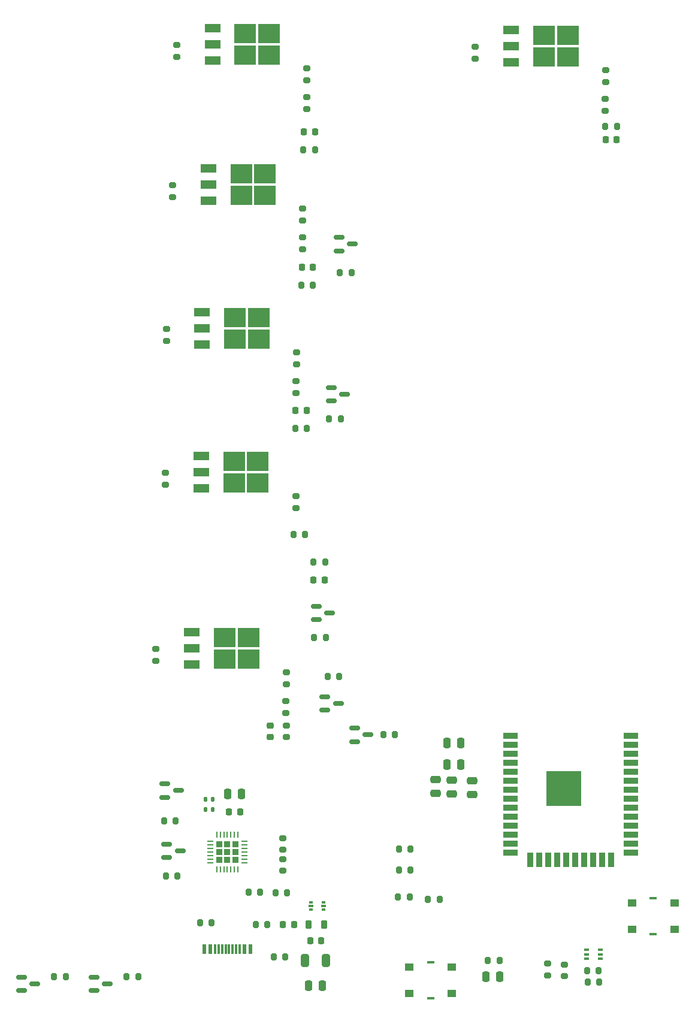
<source format=gbr>
%TF.GenerationSoftware,KiCad,Pcbnew,(6.0.5)*%
%TF.CreationDate,2022-06-11T16:02:27+01:00*%
%TF.ProjectId,heating-controller-esp32,68656174-696e-4672-9d63-6f6e74726f6c,rev?*%
%TF.SameCoordinates,Original*%
%TF.FileFunction,Paste,Top*%
%TF.FilePolarity,Positive*%
%FSLAX46Y46*%
G04 Gerber Fmt 4.6, Leading zero omitted, Abs format (unit mm)*
G04 Created by KiCad (PCBNEW (6.0.5)) date 2022-06-11 16:02:27*
%MOMM*%
%LPD*%
G01*
G04 APERTURE LIST*
G04 Aperture macros list*
%AMRoundRect*
0 Rectangle with rounded corners*
0 $1 Rounding radius*
0 $2 $3 $4 $5 $6 $7 $8 $9 X,Y pos of 4 corners*
0 Add a 4 corners polygon primitive as box body*
4,1,4,$2,$3,$4,$5,$6,$7,$8,$9,$2,$3,0*
0 Add four circle primitives for the rounded corners*
1,1,$1+$1,$2,$3*
1,1,$1+$1,$4,$5*
1,1,$1+$1,$6,$7*
1,1,$1+$1,$8,$9*
0 Add four rect primitives between the rounded corners*
20,1,$1+$1,$2,$3,$4,$5,0*
20,1,$1+$1,$4,$5,$6,$7,0*
20,1,$1+$1,$6,$7,$8,$9,0*
20,1,$1+$1,$8,$9,$2,$3,0*%
G04 Aperture macros list end*
%ADD10RoundRect,0.200000X-0.200000X-0.275000X0.200000X-0.275000X0.200000X0.275000X-0.200000X0.275000X0*%
%ADD11RoundRect,0.150000X-0.587500X-0.150000X0.587500X-0.150000X0.587500X0.150000X-0.587500X0.150000X0*%
%ADD12RoundRect,0.200000X0.200000X0.275000X-0.200000X0.275000X-0.200000X-0.275000X0.200000X-0.275000X0*%
%ADD13R,2.000000X0.900000*%
%ADD14R,0.900000X2.000000*%
%ADD15R,5.000000X5.000000*%
%ADD16RoundRect,0.200000X-0.275000X0.200000X-0.275000X-0.200000X0.275000X-0.200000X0.275000X0.200000X0*%
%ADD17RoundRect,0.218750X-0.218750X-0.256250X0.218750X-0.256250X0.218750X0.256250X-0.218750X0.256250X0*%
%ADD18RoundRect,0.218750X-0.256250X0.218750X-0.256250X-0.218750X0.256250X-0.218750X0.256250X0.218750X0*%
%ADD19RoundRect,0.218750X0.218750X0.256250X-0.218750X0.256250X-0.218750X-0.256250X0.218750X-0.256250X0*%
%ADD20RoundRect,0.250000X0.250000X0.475000X-0.250000X0.475000X-0.250000X-0.475000X0.250000X-0.475000X0*%
%ADD21R,3.050000X2.750000*%
%ADD22R,2.200000X1.200000*%
%ADD23R,0.600000X1.450000*%
%ADD24R,0.300000X1.450000*%
%ADD25RoundRect,0.200000X0.275000X-0.200000X0.275000X0.200000X-0.275000X0.200000X-0.275000X-0.200000X0*%
%ADD26RoundRect,0.225000X0.225000X0.250000X-0.225000X0.250000X-0.225000X-0.250000X0.225000X-0.250000X0*%
%ADD27RoundRect,0.218750X0.218750X0.381250X-0.218750X0.381250X-0.218750X-0.381250X0.218750X-0.381250X0*%
%ADD28R,0.650000X0.400000*%
%ADD29R,1.000000X0.450000*%
%ADD30R,1.200000X1.100000*%
%ADD31RoundRect,0.250000X0.325000X0.650000X-0.325000X0.650000X-0.325000X-0.650000X0.325000X-0.650000X0*%
%ADD32RoundRect,0.250000X0.475000X-0.250000X0.475000X0.250000X-0.475000X0.250000X-0.475000X-0.250000X0*%
%ADD33RoundRect,0.135000X-0.135000X-0.185000X0.135000X-0.185000X0.135000X0.185000X-0.135000X0.185000X0*%
%ADD34R,0.500000X0.375000*%
%ADD35R,0.650000X0.300000*%
%ADD36RoundRect,0.135000X0.135000X0.185000X-0.135000X0.185000X-0.135000X-0.185000X0.135000X-0.185000X0*%
%ADD37RoundRect,0.250000X-0.250000X-0.475000X0.250000X-0.475000X0.250000X0.475000X-0.250000X0.475000X0*%
%ADD38RoundRect,0.062500X0.062500X0.337500X-0.062500X0.337500X-0.062500X-0.337500X0.062500X-0.337500X0*%
%ADD39RoundRect,0.062500X0.337500X0.062500X-0.337500X0.062500X-0.337500X-0.062500X0.337500X-0.062500X0*%
%ADD40RoundRect,0.225000X0.225000X0.225000X-0.225000X0.225000X-0.225000X-0.225000X0.225000X-0.225000X0*%
%ADD41RoundRect,0.250000X-0.475000X0.250000X-0.475000X-0.250000X0.475000X-0.250000X0.475000X0.250000X0*%
G04 APERTURE END LIST*
D10*
%TO.C,R51*%
X23134500Y-170734000D03*
X24784500Y-170734000D03*
%TD*%
%TO.C,R50*%
X33379000Y-170734000D03*
X35029000Y-170734000D03*
%TD*%
D11*
%TO.C,D21*%
X18572000Y-170754000D03*
X18572000Y-172654000D03*
X20447000Y-171704000D03*
%TD*%
%TO.C,D20*%
X28816500Y-170754000D03*
X28816500Y-172654000D03*
X30691500Y-171704000D03*
%TD*%
D12*
%TO.C,R13*%
X54420000Y-158877000D03*
X56070000Y-158877000D03*
%TD*%
%TO.C,R33*%
X71310000Y-136525000D03*
X69660000Y-136525000D03*
%TD*%
D11*
%TO.C,D9*%
X65610500Y-135575000D03*
X65610500Y-137475000D03*
X67485500Y-136525000D03*
%TD*%
D13*
%TO.C,U1*%
X87639000Y-136652000D03*
X87639000Y-137922000D03*
X87639000Y-139192000D03*
X87639000Y-140462000D03*
X87639000Y-141732000D03*
X87639000Y-143002000D03*
X87639000Y-144272000D03*
X87639000Y-145542000D03*
X87639000Y-146812000D03*
X87639000Y-148082000D03*
X87639000Y-149352000D03*
X87639000Y-150622000D03*
X87639000Y-151892000D03*
X87639000Y-153162000D03*
D14*
X90424000Y-154162000D03*
X91694000Y-154162000D03*
X92964000Y-154162000D03*
X94234000Y-154162000D03*
X95504000Y-154162000D03*
X96774000Y-154162000D03*
X98044000Y-154162000D03*
X99314000Y-154162000D03*
X100584000Y-154162000D03*
X101854000Y-154162000D03*
D13*
X104639000Y-153162000D03*
X104639000Y-151892000D03*
X104639000Y-150622000D03*
X104639000Y-149352000D03*
X104639000Y-148082000D03*
X104639000Y-146812000D03*
X104639000Y-145542000D03*
X104639000Y-144272000D03*
X104639000Y-143002000D03*
X104639000Y-141732000D03*
X104639000Y-140462000D03*
X104639000Y-139192000D03*
X104639000Y-137922000D03*
X104639000Y-136652000D03*
D15*
X95139000Y-144152000D03*
%TD*%
D10*
%TO.C,R49*%
X101029000Y-50546000D03*
X102679000Y-50546000D03*
%TD*%
%TO.C,R48*%
X58369500Y-53866000D03*
X60019500Y-53866000D03*
%TD*%
D16*
%TO.C,R47*%
X55958000Y-135195000D03*
X55958000Y-136845000D03*
%TD*%
D12*
%TO.C,R46*%
X61444000Y-112131000D03*
X59794000Y-112131000D03*
%TD*%
D10*
%TO.C,R45*%
X57214000Y-93218000D03*
X58864000Y-93218000D03*
%TD*%
%TO.C,R44*%
X58063000Y-73035000D03*
X59713000Y-73035000D03*
%TD*%
%TO.C,R43*%
X77622520Y-159792520D03*
X75972520Y-159792520D03*
%TD*%
%TO.C,R42*%
X73383520Y-159462520D03*
X71733520Y-159462520D03*
%TD*%
D17*
%TO.C,D19*%
X101066500Y-52451000D03*
X102641500Y-52451000D03*
%TD*%
%TO.C,D18*%
X58447000Y-51316000D03*
X60022000Y-51316000D03*
%TD*%
D18*
%TO.C,D17*%
X53672000Y-135232500D03*
X53672000Y-136807500D03*
%TD*%
D19*
%TO.C,D16*%
X61366500Y-114681000D03*
X59791500Y-114681000D03*
%TD*%
D17*
%TO.C,D15*%
X57251500Y-90678000D03*
X58826500Y-90678000D03*
%TD*%
%TO.C,D14*%
X58140500Y-70485000D03*
X59715500Y-70485000D03*
%TD*%
D20*
%TO.C,C9*%
X47691000Y-144907000D03*
X49591000Y-144907000D03*
%TD*%
D12*
%TO.C,R23*%
X54166000Y-167946000D03*
X55816000Y-167946000D03*
%TD*%
D11*
%TO.C,D5*%
X39067500Y-151958000D03*
X39067500Y-153858000D03*
X40942500Y-152908000D03*
%TD*%
%TO.C,D13*%
X61419500Y-131130000D03*
X61419500Y-133030000D03*
X63294500Y-132080000D03*
%TD*%
D10*
%TO.C,R14*%
X38672000Y-148717000D03*
X40322000Y-148717000D03*
%TD*%
D16*
%TO.C,R39*%
X82677000Y-39307000D03*
X82677000Y-40957000D03*
%TD*%
D21*
%TO.C,D4*%
X51943000Y-100965000D03*
X48593000Y-100965000D03*
X51943000Y-97915000D03*
X48593000Y-97915000D03*
D22*
X43968000Y-97160000D03*
X43968000Y-99440000D03*
X43968000Y-101720000D03*
%TD*%
D11*
%TO.C,D8*%
X62308500Y-87442000D03*
X62308500Y-89342000D03*
X64183500Y-88392000D03*
%TD*%
D23*
%TO.C,J11*%
X44375000Y-166822000D03*
X45175000Y-166822000D03*
D24*
X45875000Y-166822000D03*
X46875000Y-166822000D03*
X48375000Y-166822000D03*
X49375000Y-166822000D03*
D23*
X50075000Y-166822000D03*
X50875000Y-166822000D03*
X50875000Y-166822000D03*
X50075000Y-166822000D03*
D24*
X48875000Y-166822000D03*
X47875000Y-166822000D03*
X47375000Y-166822000D03*
X46375000Y-166822000D03*
D23*
X45175000Y-166822000D03*
X44375000Y-166822000D03*
%TD*%
D25*
%TO.C,R1*%
X92863520Y-168873520D03*
X92863520Y-170523520D03*
%TD*%
D16*
%TO.C,R36*%
X40469000Y-39052000D03*
X40469000Y-40702000D03*
%TD*%
D26*
%TO.C,C10*%
X47866000Y-147447000D03*
X49416000Y-147447000D03*
%TD*%
D16*
%TO.C,R28*%
X55904000Y-131762000D03*
X55904000Y-133412000D03*
%TD*%
D26*
%TO.C,C11*%
X59348000Y-165660000D03*
X60898000Y-165660000D03*
%TD*%
D25*
%TO.C,R17*%
X58293000Y-63817000D03*
X58293000Y-62167000D03*
%TD*%
D20*
%TO.C,C6*%
X78679000Y-140716000D03*
X80579000Y-140716000D03*
%TD*%
D27*
%TO.C,FB1*%
X59135500Y-163374000D03*
X61260500Y-163374000D03*
%TD*%
D12*
%TO.C,R8*%
X71845520Y-155601520D03*
X73495520Y-155601520D03*
%TD*%
D28*
%TO.C,Q1*%
X100290520Y-166889520D03*
X100290520Y-167539520D03*
X100290520Y-168189520D03*
X98390520Y-168189520D03*
X98390520Y-167539520D03*
X98390520Y-166889520D03*
%TD*%
D10*
%TO.C,R3*%
X100111520Y-169825520D03*
X98461520Y-169825520D03*
%TD*%
%TO.C,R24*%
X53276000Y-163374000D03*
X51626000Y-163374000D03*
%TD*%
D16*
%TO.C,R29*%
X37548000Y-124396000D03*
X37548000Y-126046000D03*
%TD*%
D29*
%TO.C,J1*%
X107823000Y-159654000D03*
X107823000Y-164704000D03*
D30*
X110823000Y-160329000D03*
X110823000Y-164029000D03*
X104823000Y-160329000D03*
X104823000Y-164029000D03*
%TD*%
D29*
%TO.C,J2*%
X76353520Y-168671000D03*
X76353520Y-173721000D03*
D30*
X79353520Y-169346000D03*
X79353520Y-173046000D03*
X73353520Y-169346000D03*
X73353520Y-173046000D03*
%TD*%
D21*
%TO.C,D12*%
X92373000Y-40768000D03*
X95723000Y-40768000D03*
X92373000Y-37718000D03*
X95723000Y-37718000D03*
D22*
X87748000Y-36963000D03*
X87748000Y-39243000D03*
X87748000Y-41523000D03*
%TD*%
D16*
%TO.C,R15*%
X58234000Y-66231000D03*
X58234000Y-67881000D03*
%TD*%
D10*
%TO.C,R31*%
X63530000Y-71186000D03*
X65180000Y-71186000D03*
%TD*%
D16*
%TO.C,R18*%
X57354000Y-86551000D03*
X57354000Y-88201000D03*
%TD*%
D25*
%TO.C,R30*%
X55963000Y-129348000D03*
X55963000Y-127698000D03*
%TD*%
D16*
%TO.C,R19*%
X38998000Y-79185000D03*
X38998000Y-80835000D03*
%TD*%
D10*
%TO.C,R41*%
X61786000Y-128270000D03*
X63436000Y-128270000D03*
%TD*%
D25*
%TO.C,R5*%
X55499000Y-154103000D03*
X55499000Y-155753000D03*
%TD*%
D21*
%TO.C,D6*%
X47244000Y-122807000D03*
X47244000Y-125857000D03*
X50594000Y-125857000D03*
X50594000Y-122807000D03*
D22*
X42619000Y-122052000D03*
X42619000Y-124332000D03*
X42619000Y-126612000D03*
%TD*%
D16*
%TO.C,R22*%
X38897000Y-99504000D03*
X38897000Y-101154000D03*
%TD*%
D31*
%TO.C,C12*%
X58596000Y-168454000D03*
X61546000Y-168454000D03*
%TD*%
D10*
%TO.C,R26*%
X38926000Y-156464000D03*
X40576000Y-156464000D03*
%TD*%
D32*
%TO.C,C5*%
X79375000Y-142941000D03*
X79375000Y-144841000D03*
%TD*%
D25*
%TO.C,R37*%
X58884000Y-44004000D03*
X58884000Y-42354000D03*
%TD*%
D11*
%TO.C,D7*%
X63403000Y-66233000D03*
X63403000Y-68133000D03*
X65278000Y-67183000D03*
%TD*%
D10*
%TO.C,R32*%
X61981000Y-91872000D03*
X63631000Y-91872000D03*
%TD*%
D32*
%TO.C,C2*%
X82195520Y-143033520D03*
X82195520Y-144933520D03*
%TD*%
D10*
%TO.C,R4*%
X86068520Y-168428520D03*
X84418520Y-168428520D03*
%TD*%
D16*
%TO.C,R38*%
X101033000Y-46673000D03*
X101033000Y-48323000D03*
%TD*%
%TO.C,R35*%
X58825000Y-46418000D03*
X58825000Y-48068000D03*
%TD*%
D12*
%TO.C,R25*%
X43752000Y-163120000D03*
X45402000Y-163120000D03*
%TD*%
D16*
%TO.C,R6*%
X55499000Y-152769000D03*
X55499000Y-151119000D03*
%TD*%
D20*
%TO.C,C7*%
X78679000Y-137668000D03*
X80579000Y-137668000D03*
%TD*%
D16*
%TO.C,R16*%
X39878000Y-58865000D03*
X39878000Y-60515000D03*
%TD*%
D25*
%TO.C,R40*%
X101092000Y-44259000D03*
X101092000Y-42609000D03*
%TD*%
D11*
%TO.C,D10*%
X60228000Y-118363250D03*
X60228000Y-120263250D03*
X62103000Y-119313250D03*
%TD*%
D25*
%TO.C,R11*%
X95276520Y-169000520D03*
X95276520Y-170650520D03*
%TD*%
D10*
%TO.C,R34*%
X59900500Y-122793250D03*
X61550500Y-122793250D03*
%TD*%
D33*
%TO.C,R9*%
X45593000Y-147066000D03*
X44573000Y-147066000D03*
%TD*%
D11*
%TO.C,D1*%
X38813500Y-143449000D03*
X38813500Y-145349000D03*
X40688500Y-144399000D03*
%TD*%
D34*
%TO.C,U5*%
X59475000Y-161244500D03*
D35*
X59400000Y-160707000D03*
D34*
X59475000Y-160169500D03*
X61175000Y-160169500D03*
D35*
X61250000Y-160707000D03*
D34*
X61175000Y-161244500D03*
%TD*%
D20*
%TO.C,C4*%
X59121000Y-172010000D03*
X61021000Y-172010000D03*
%TD*%
D21*
%TO.C,D11*%
X53515000Y-40513000D03*
X50165000Y-40513000D03*
X53515000Y-37463000D03*
X50165000Y-37463000D03*
D22*
X45540000Y-36708000D03*
X45540000Y-38988000D03*
X45540000Y-41268000D03*
%TD*%
D36*
%TO.C,R10*%
X44573000Y-145669000D03*
X45593000Y-145669000D03*
%TD*%
D12*
%TO.C,R21*%
X58610000Y-108204000D03*
X56960000Y-108204000D03*
%TD*%
D10*
%TO.C,R2*%
X100165520Y-171476520D03*
X98515520Y-171476520D03*
%TD*%
D26*
%TO.C,C8*%
X55486000Y-163374000D03*
X57036000Y-163374000D03*
%TD*%
D12*
%TO.C,R7*%
X71845520Y-152680520D03*
X73495520Y-152680520D03*
%TD*%
D37*
%TO.C,C1*%
X86066520Y-170714520D03*
X84166520Y-170714520D03*
%TD*%
D21*
%TO.C,D2*%
X49574000Y-57276000D03*
X52924000Y-60326000D03*
X49574000Y-60326000D03*
X52924000Y-57276000D03*
D22*
X44949000Y-56521000D03*
X44949000Y-58801000D03*
X44949000Y-61081000D03*
%TD*%
D25*
%TO.C,R27*%
X57312000Y-104456000D03*
X57312000Y-102806000D03*
%TD*%
%TO.C,R20*%
X57413000Y-84137000D03*
X57413000Y-82487000D03*
%TD*%
D12*
%TO.C,R12*%
X50610000Y-158750000D03*
X52260000Y-158750000D03*
%TD*%
D38*
%TO.C,U2*%
X49125000Y-155537000D03*
X48625000Y-155537000D03*
X48125000Y-155537000D03*
X47625000Y-155537000D03*
X47125000Y-155537000D03*
X46625000Y-155537000D03*
X46125000Y-155537000D03*
D39*
X45175000Y-154587000D03*
X45175000Y-154087000D03*
X45175000Y-153587000D03*
X45175000Y-153087000D03*
X45175000Y-152587000D03*
X45175000Y-152087000D03*
X45175000Y-151587000D03*
D38*
X46125000Y-150637000D03*
X46625000Y-150637000D03*
X47125000Y-150637000D03*
X47625000Y-150637000D03*
X48125000Y-150637000D03*
X48625000Y-150637000D03*
X49125000Y-150637000D03*
D39*
X50075000Y-151587000D03*
X50075000Y-152087000D03*
X50075000Y-152587000D03*
X50075000Y-153087000D03*
X50075000Y-153587000D03*
X50075000Y-154087000D03*
X50075000Y-154587000D03*
D40*
X47625000Y-153087000D03*
X46505000Y-154207000D03*
X48745000Y-153087000D03*
X47625000Y-151967000D03*
X48745000Y-154207000D03*
X47625000Y-154207000D03*
X46505000Y-153087000D03*
X46505000Y-151967000D03*
X48745000Y-151967000D03*
%TD*%
D21*
%TO.C,D3*%
X52044000Y-80646000D03*
X48694000Y-77596000D03*
X48694000Y-80646000D03*
X52044000Y-77596000D03*
D22*
X44069000Y-76841000D03*
X44069000Y-79121000D03*
X44069000Y-81401000D03*
%TD*%
D41*
%TO.C,C3*%
X77089000Y-144780000D03*
X77089000Y-142880000D03*
%TD*%
M02*

</source>
